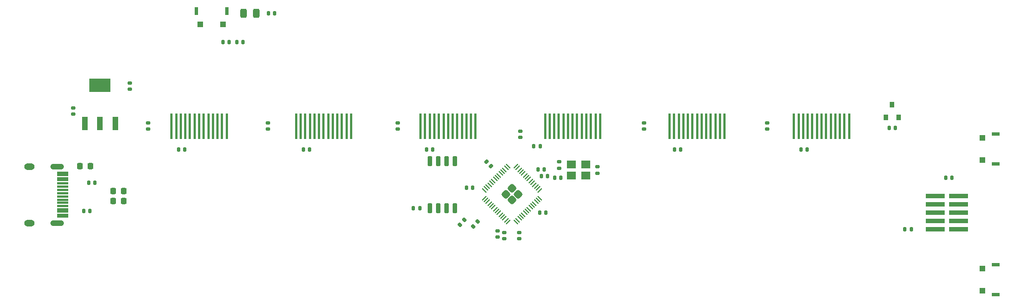
<source format=gbp>
G04 #@! TF.GenerationSoftware,KiCad,Pcbnew,6.0.7-f9a2dced07~116~ubuntu22.04.1*
G04 #@! TF.CreationDate,2022-09-04T10:12:19-07:00*
G04 #@! TF.ProjectId,keypad-base-rp2040,6b657970-6164-42d6-9261-73652d727032,Jun2021*
G04 #@! TF.SameCoordinates,PX55fe290PY71d9820*
G04 #@! TF.FileFunction,Paste,Bot*
G04 #@! TF.FilePolarity,Positive*
%FSLAX46Y46*%
G04 Gerber Fmt 4.6, Leading zero omitted, Abs format (unit mm)*
G04 Created by KiCad (PCBNEW 6.0.7-f9a2dced07~116~ubuntu22.04.1) date 2022-09-04 10:12:19*
%MOMM*%
%LPD*%
G01*
G04 APERTURE LIST*
G04 Aperture macros list*
%AMRoundRect*
0 Rectangle with rounded corners*
0 $1 Rounding radius*
0 $2 $3 $4 $5 $6 $7 $8 $9 X,Y pos of 4 corners*
0 Add a 4 corners polygon primitive as box body*
4,1,4,$2,$3,$4,$5,$6,$7,$8,$9,$2,$3,0*
0 Add four circle primitives for the rounded corners*
1,1,$1+$1,$2,$3*
1,1,$1+$1,$4,$5*
1,1,$1+$1,$6,$7*
1,1,$1+$1,$8,$9*
0 Add four rect primitives between the rounded corners*
20,1,$1+$1,$2,$3,$4,$5,0*
20,1,$1+$1,$4,$5,$6,$7,0*
20,1,$1+$1,$6,$7,$8,$9,0*
20,1,$1+$1,$8,$9,$2,$3,0*%
G04 Aperture macros list end*
%ADD10R,0.900000X0.900000*%
%ADD11R,1.200000X0.600000*%
%ADD12R,0.400000X4.000000*%
%ADD13R,1.750000X0.300000*%
%ADD14O,2.100000X0.900000*%
%ADD15O,1.600000X1.000000*%
%ADD16RoundRect,0.147500X0.172500X-0.147500X0.172500X0.147500X-0.172500X0.147500X-0.172500X-0.147500X0*%
%ADD17RoundRect,0.147500X-0.172500X0.147500X-0.172500X-0.147500X0.172500X-0.147500X0.172500X0.147500X0*%
%ADD18RoundRect,0.147500X-0.017678X0.226274X-0.226274X0.017678X0.017678X-0.226274X0.226274X-0.017678X0*%
%ADD19RoundRect,0.218750X0.218750X0.256250X-0.218750X0.256250X-0.218750X-0.256250X0.218750X-0.256250X0*%
%ADD20RoundRect,0.147500X0.147500X0.172500X-0.147500X0.172500X-0.147500X-0.172500X0.147500X-0.172500X0*%
%ADD21RoundRect,0.147500X-0.147500X-0.172500X0.147500X-0.172500X0.147500X0.172500X-0.147500X0.172500X0*%
%ADD22R,1.400000X1.200000*%
%ADD23R,0.950000X2.150000*%
%ADD24R,3.250000X2.150000*%
%ADD25RoundRect,0.147500X0.226274X0.017678X0.017678X0.226274X-0.226274X-0.017678X-0.017678X-0.226274X0*%
%ADD26R,2.997200X0.762000*%
%ADD27RoundRect,0.218750X-0.218750X-0.256250X0.218750X-0.256250X0.218750X0.256250X-0.218750X0.256250X0*%
%ADD28RoundRect,0.243750X-0.243750X-0.456250X0.243750X-0.456250X0.243750X0.456250X-0.243750X0.456250X0*%
%ADD29R,0.600000X1.200000*%
%ADD30R,0.800000X0.900000*%
%ADD31RoundRect,0.250000X-0.413257X0.000000X0.000000X-0.413257X0.413257X0.000000X0.000000X0.413257X0*%
%ADD32RoundRect,0.050000X-0.309359X0.238649X0.238649X-0.309359X0.309359X-0.238649X-0.238649X0.309359X0*%
%ADD33RoundRect,0.050000X-0.309359X-0.238649X-0.238649X-0.309359X0.309359X0.238649X0.238649X0.309359X0*%
%ADD34RoundRect,0.150000X-0.150000X0.650000X-0.150000X-0.650000X0.150000X-0.650000X0.150000X0.650000X0*%
G04 APERTURE END LIST*
D10*
G04 #@! TO.C,SW8*
X148380000Y45180000D03*
X148380000Y41780000D03*
D11*
X150430000Y41180000D03*
X150430000Y45780000D03*
G04 #@! TD*
D10*
G04 #@! TO.C,SW7*
X148380000Y25180000D03*
X148380000Y21780000D03*
D11*
X150430000Y21180000D03*
X150430000Y25780000D03*
G04 #@! TD*
D12*
G04 #@! TO.C,U3*
X33030000Y46956000D03*
X32330000Y46956000D03*
X31630000Y46956000D03*
X30930000Y46956000D03*
X30230000Y46956000D03*
X29530000Y46956000D03*
X28830000Y46956000D03*
X28130000Y46956000D03*
X27430000Y46956000D03*
X26730000Y46956000D03*
X26030000Y46956000D03*
X25330000Y46956000D03*
X24630000Y46956000D03*
G04 #@! TD*
G04 #@! TO.C,U4*
X52030000Y46956000D03*
X51330000Y46956000D03*
X50630000Y46956000D03*
X49930000Y46956000D03*
X49230000Y46956000D03*
X48530000Y46956000D03*
X47830000Y46956000D03*
X47130000Y46956000D03*
X46430000Y46956000D03*
X45730000Y46956000D03*
X45030000Y46956000D03*
X44330000Y46956000D03*
X43630000Y46956000D03*
G04 #@! TD*
G04 #@! TO.C,U5*
X71030000Y46956000D03*
X70330000Y46956000D03*
X69630000Y46956000D03*
X68930000Y46956000D03*
X68230000Y46956000D03*
X67530000Y46956000D03*
X66830000Y46956000D03*
X66130000Y46956000D03*
X65430000Y46956000D03*
X64730000Y46956000D03*
X64030000Y46956000D03*
X63330000Y46956000D03*
X62630000Y46956000D03*
G04 #@! TD*
G04 #@! TO.C,U7*
X109030000Y46956000D03*
X108330000Y46956000D03*
X107630000Y46956000D03*
X106930000Y46956000D03*
X106230000Y46956000D03*
X105530000Y46956000D03*
X104830000Y46956000D03*
X104130000Y46956000D03*
X103430000Y46956000D03*
X102730000Y46956000D03*
X102030000Y46956000D03*
X101330000Y46956000D03*
X100630000Y46956000D03*
G04 #@! TD*
G04 #@! TO.C,U8*
X128030000Y46956000D03*
X127330000Y46956000D03*
X126630000Y46956000D03*
X125930000Y46956000D03*
X125230000Y46956000D03*
X124530000Y46956000D03*
X123830000Y46956000D03*
X123130000Y46956000D03*
X122430000Y46956000D03*
X121730000Y46956000D03*
X121030000Y46956000D03*
X120330000Y46956000D03*
X119630000Y46956000D03*
G04 #@! TD*
D13*
G04 #@! TO.C,J1*
X7980000Y33130000D03*
X7980000Y33930000D03*
X7980000Y35230000D03*
X7980000Y36230000D03*
X7980000Y36730000D03*
X7980000Y37730000D03*
X7980000Y39030000D03*
X7980000Y39830000D03*
X7980000Y39530000D03*
X7980000Y38730000D03*
X7980000Y38230000D03*
X7980000Y37230000D03*
X7980000Y35730000D03*
X7980000Y34730000D03*
X7980000Y34230000D03*
X7980000Y33430000D03*
D14*
X7140000Y40800000D03*
D15*
X2960000Y32160000D03*
X2960000Y40800000D03*
D14*
X7140000Y32160000D03*
G04 #@! TD*
D12*
G04 #@! TO.C,U6*
X90030000Y46956000D03*
X89330000Y46956000D03*
X88630000Y46956000D03*
X87930000Y46956000D03*
X87230000Y46956000D03*
X86530000Y46956000D03*
X85830000Y46956000D03*
X85130000Y46956000D03*
X84430000Y46956000D03*
X83730000Y46956000D03*
X83030000Y46956000D03*
X82330000Y46956000D03*
X81630000Y46956000D03*
G04 #@! TD*
D16*
G04 #@! TO.C,R9*
X39370000Y46505000D03*
X39370000Y47475000D03*
G04 #@! TD*
D17*
G04 #@! TO.C,C13*
X77724000Y30711000D03*
X77724000Y29741000D03*
G04 #@! TD*
D18*
G04 #@! TO.C,C14*
X71310547Y32346947D03*
X70624653Y31661053D03*
G04 #@! TD*
D19*
G04 #@! TO.C,R3*
X17297500Y35560000D03*
X15722500Y35560000D03*
G04 #@! TD*
D20*
G04 #@! TO.C,C8*
X62511800Y34391600D03*
X61541800Y34391600D03*
G04 #@! TD*
D19*
G04 #@! TO.C,R4*
X17297500Y37084000D03*
X15722500Y37084000D03*
G04 #@! TD*
D20*
G04 #@! TO.C,C21*
X102339000Y43434000D03*
X101369000Y43434000D03*
G04 #@! TD*
D16*
G04 #@! TO.C,R12*
X96774000Y46505000D03*
X96774000Y47475000D03*
G04 #@! TD*
D20*
G04 #@! TO.C,C19*
X64493000Y43434000D03*
X63523000Y43434000D03*
G04 #@! TD*
G04 #@! TO.C,C17*
X45697000Y43434000D03*
X44727000Y43434000D03*
G04 #@! TD*
D21*
G04 #@! TO.C,C12*
X80795000Y33782000D03*
X81765000Y33782000D03*
G04 #@! TD*
D17*
G04 #@! TO.C,C1*
X83820000Y41506000D03*
X83820000Y40536000D03*
G04 #@! TD*
D22*
G04 #@! TO.C,X1*
X85615600Y41109000D03*
X87815600Y41109000D03*
X87815600Y39409000D03*
X85615600Y39409000D03*
G04 #@! TD*
D20*
G04 #@! TO.C,R16*
X40363000Y64262000D03*
X39393000Y64262000D03*
G04 #@! TD*
G04 #@! TO.C,C20*
X80876000Y43942000D03*
X79906000Y43942000D03*
G04 #@! TD*
G04 #@! TO.C,C6*
X70589000Y37592000D03*
X69619000Y37592000D03*
G04 #@! TD*
D21*
G04 #@! TO.C,R7*
X142771000Y39116000D03*
X143741000Y39116000D03*
G04 #@! TD*
D20*
G04 #@! TO.C,R15*
X135105000Y46736000D03*
X134135000Y46736000D03*
G04 #@! TD*
G04 #@! TO.C,C10*
X137518000Y31242000D03*
X136548000Y31242000D03*
G04 #@! TD*
D23*
G04 #@! TO.C,VR1*
X16016000Y47392000D03*
X13716000Y47392000D03*
X11416000Y47392000D03*
D24*
X13716000Y53192000D03*
G04 #@! TD*
D17*
G04 #@! TO.C,C18*
X18288000Y53571000D03*
X18288000Y52601000D03*
G04 #@! TD*
D25*
G04 #@! TO.C,C7*
X73393347Y40855853D03*
X72707453Y41541747D03*
G04 #@! TD*
D16*
G04 #@! TO.C,R13*
X115570000Y46505000D03*
X115570000Y47475000D03*
G04 #@! TD*
D26*
G04 #@! TO.C,J3*
X141224000Y31242000D03*
X144780000Y31242000D03*
X141224000Y32512000D03*
X144780000Y32512000D03*
X141224000Y33782000D03*
X144780000Y33782000D03*
X141224000Y35052000D03*
X144780000Y35052000D03*
X141224000Y36322000D03*
X144780000Y36322000D03*
G04 #@! TD*
D21*
G04 #@! TO.C,R2*
X11199000Y34036000D03*
X12169000Y34036000D03*
G04 #@! TD*
D16*
G04 #@! TO.C,R10*
X59182000Y46505000D03*
X59182000Y47475000D03*
G04 #@! TD*
D27*
G04 #@! TO.C,C9*
X10642500Y40894000D03*
X12217500Y40894000D03*
G04 #@! TD*
D28*
G04 #@! TO.C,D1*
X35638500Y64262000D03*
X37513500Y64262000D03*
G04 #@! TD*
D21*
G04 #@! TO.C,C11*
X80541000Y40386000D03*
X81511000Y40386000D03*
G04 #@! TD*
D18*
G04 #@! TO.C,C3*
X69278547Y32600947D03*
X68592653Y31915053D03*
G04 #@! TD*
D17*
G04 #@! TO.C,C5*
X74422000Y30965000D03*
X74422000Y29995000D03*
G04 #@! TD*
D20*
G04 #@! TO.C,R14*
X33403400Y59842400D03*
X32433400Y59842400D03*
G04 #@! TD*
D10*
G04 #@! TO.C,SW9*
X29034000Y62550000D03*
X32434000Y62550000D03*
D29*
X28434000Y64600000D03*
X33034000Y64600000D03*
G04 #@! TD*
D20*
G04 #@! TO.C,C15*
X26647000Y43434000D03*
X25677000Y43434000D03*
G04 #@! TD*
D21*
G04 #@! TO.C,R5*
X11961000Y38354000D03*
X12931000Y38354000D03*
G04 #@! TD*
D16*
G04 #@! TO.C,R11*
X77851000Y45235000D03*
X77851000Y46205000D03*
G04 #@! TD*
D21*
G04 #@! TO.C,C4*
X81049000Y39370000D03*
X82019000Y39370000D03*
G04 #@! TD*
D16*
G04 #@! TO.C,C16*
X9652000Y48791000D03*
X9652000Y49761000D03*
G04 #@! TD*
G04 #@! TO.C,R6*
X21082000Y46505000D03*
X21082000Y47475000D03*
G04 #@! TD*
D17*
G04 #@! TO.C,C23*
X75438000Y30711000D03*
X75438000Y29741000D03*
G04 #@! TD*
D21*
G04 #@! TO.C,R1*
X83081000Y39116000D03*
X84051000Y39116000D03*
G04 #@! TD*
D16*
G04 #@! TO.C,C2*
X89662000Y39774000D03*
X89662000Y40744000D03*
G04 #@! TD*
D20*
G04 #@! TO.C,C22*
X121643000Y43434000D03*
X120673000Y43434000D03*
G04 #@! TD*
G04 #@! TO.C,R8*
X35537000Y59842400D03*
X34567000Y59842400D03*
G04 #@! TD*
D30*
G04 #@! TO.C,Q1*
X135570000Y48276000D03*
X133670000Y48276000D03*
X134620000Y50276000D03*
G04 #@! TD*
D31*
G04 #@! TO.C,U1*
X76584000Y35674439D03*
X77485561Y36576000D03*
X75682439Y36576000D03*
X76584000Y37477561D03*
D32*
X72314843Y37168202D03*
X72597686Y37451045D03*
X72880528Y37733887D03*
X73163371Y38016730D03*
X73446214Y38299573D03*
X73729056Y38582415D03*
X74011899Y38865258D03*
X74294742Y39148101D03*
X74577585Y39430944D03*
X74860427Y39713786D03*
X75143270Y39996629D03*
X75426113Y40279472D03*
X75708955Y40562314D03*
X75991798Y40845157D03*
D33*
X77176202Y40845157D03*
X77459045Y40562314D03*
X77741887Y40279472D03*
X78024730Y39996629D03*
X78307573Y39713786D03*
X78590415Y39430944D03*
X78873258Y39148101D03*
X79156101Y38865258D03*
X79438944Y38582415D03*
X79721786Y38299573D03*
X80004629Y38016730D03*
X80287472Y37733887D03*
X80570314Y37451045D03*
X80853157Y37168202D03*
D32*
X80853157Y35983798D03*
X80570314Y35700955D03*
X80287472Y35418113D03*
X80004629Y35135270D03*
X79721786Y34852427D03*
X79438944Y34569585D03*
X79156101Y34286742D03*
X78873258Y34003899D03*
X78590415Y33721056D03*
X78307573Y33438214D03*
X78024730Y33155371D03*
X77741887Y32872528D03*
X77459045Y32589686D03*
X77176202Y32306843D03*
D33*
X75991798Y32306843D03*
X75708955Y32589686D03*
X75426113Y32872528D03*
X75143270Y33155371D03*
X74860427Y33438214D03*
X74577585Y33721056D03*
X74294742Y34003899D03*
X74011899Y34286742D03*
X73729056Y34569585D03*
X73446214Y34852427D03*
X73163371Y35135270D03*
X72880528Y35418113D03*
X72597686Y35700955D03*
X72314843Y35983798D03*
G04 #@! TD*
D34*
G04 #@! TO.C,U11*
X64033400Y41598400D03*
X65303400Y41598400D03*
X66573400Y41598400D03*
X67843400Y41598400D03*
X67843400Y34398400D03*
X66573400Y34398400D03*
X65303400Y34398400D03*
X64033400Y34398400D03*
G04 #@! TD*
M02*

</source>
